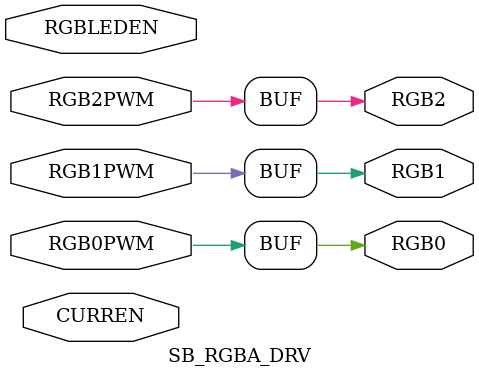
<source format=v>

`default_nettype none

module SB_RGBA_DRV (
                 output wire RGB0,
                 output wire RGB1,
                 output wire RGB2,
                 input wire RGBLEDEN,
                 input wire RGB0PWM,
                 input wire RGB1PWM,
                 input wire RGB2PWM,
                 input wire CURREN
		);

  parameter CURRENT_MODE = 1;
  parameter RGB0_CURRENT = 8'h0;
  parameter RGB1_CURRENT = 8'h0;
  parameter RGB2_CURRENT = 8'h0;

  assign RGB0 = RGB0PWM;
  assign RGB1 = RGB1PWM;
  assign RGB2 = RGB2PWM;

endmodule // SB_RGBA_DRV

//======================================================================
// EOF SB_RGBA_DRV.v
//======================================================================

</source>
